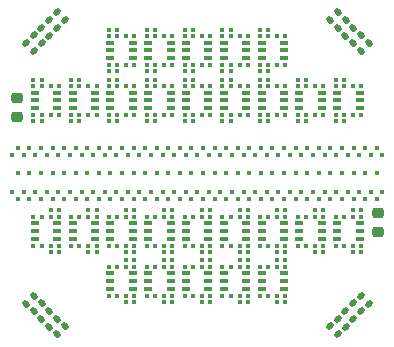
<source format=gbr>
%TF.GenerationSoftware,KiCad,Pcbnew,9.0.6*%
%TF.CreationDate,2025-11-12T11:45:24+01:00*%
%TF.ProjectId,S13552_64Ch_Adapter_BGA2803_V2,53313335-3532-45f3-9634-43685f416461,1*%
%TF.SameCoordinates,Original*%
%TF.FileFunction,Paste,Top*%
%TF.FilePolarity,Positive*%
%FSLAX46Y46*%
G04 Gerber Fmt 4.6, Leading zero omitted, Abs format (unit mm)*
G04 Created by KiCad (PCBNEW 9.0.6) date 2025-11-12 11:45:24*
%MOMM*%
%LPD*%
G01*
G04 APERTURE LIST*
G04 Aperture macros list*
%AMRoundRect*
0 Rectangle with rounded corners*
0 $1 Rounding radius*
0 $2 $3 $4 $5 $6 $7 $8 $9 X,Y pos of 4 corners*
0 Add a 4 corners polygon primitive as box body*
4,1,4,$2,$3,$4,$5,$6,$7,$8,$9,$2,$3,0*
0 Add four circle primitives for the rounded corners*
1,1,$1+$1,$2,$3*
1,1,$1+$1,$4,$5*
1,1,$1+$1,$6,$7*
1,1,$1+$1,$8,$9*
0 Add four rect primitives between the rounded corners*
20,1,$1+$1,$2,$3,$4,$5,0*
20,1,$1+$1,$4,$5,$6,$7,0*
20,1,$1+$1,$6,$7,$8,$9,0*
20,1,$1+$1,$8,$9,$2,$3,0*%
G04 Aperture macros list end*
%ADD10RoundRect,0.079500X0.079500X0.100500X-0.079500X0.100500X-0.079500X-0.100500X0.079500X-0.100500X0*%
%ADD11RoundRect,0.079500X-0.079500X-0.100500X0.079500X-0.100500X0.079500X0.100500X-0.079500X0.100500X0*%
%ADD12RoundRect,0.140000X-0.021213X0.219203X-0.219203X0.021213X0.021213X-0.219203X0.219203X-0.021213X0*%
%ADD13RoundRect,0.100000X0.225000X0.100000X-0.225000X0.100000X-0.225000X-0.100000X0.225000X-0.100000X0*%
%ADD14RoundRect,0.100000X-0.225000X-0.100000X0.225000X-0.100000X0.225000X0.100000X-0.225000X0.100000X0*%
%ADD15RoundRect,0.140000X-0.219203X-0.021213X-0.021213X-0.219203X0.219203X0.021213X0.021213X0.219203X0*%
%ADD16RoundRect,0.140000X0.219203X0.021213X0.021213X0.219203X-0.219203X-0.021213X-0.021213X-0.219203X0*%
%ADD17RoundRect,0.225000X-0.250000X0.225000X-0.250000X-0.225000X0.250000X-0.225000X0.250000X0.225000X0*%
%ADD18RoundRect,0.140000X0.021213X-0.219203X0.219203X-0.021213X-0.021213X0.219203X-0.219203X0.021213X0*%
%ADD19C,0.450000*%
%ADD20RoundRect,0.225000X0.250000X-0.225000X0.250000X0.225000X-0.250000X0.225000X-0.250000X-0.225000X0*%
G04 APERTURE END LIST*
D10*
%TO.C,C66*%
X92080000Y-53264214D03*
X91390000Y-53264214D03*
%TD*%
%TO.C,C21*%
X101680000Y-53264214D03*
X100990000Y-53264214D03*
%TD*%
%TO.C,C39*%
X114480000Y-55714214D03*
X113790000Y-55714214D03*
%TD*%
%TO.C,R8*%
X100230000Y-52724214D03*
X99540000Y-52724214D03*
%TD*%
%TO.C,C34*%
X111280000Y-55714214D03*
X110590000Y-55714214D03*
%TD*%
%TO.C,C45*%
X93830000Y-51484214D03*
X93140000Y-51484214D03*
%TD*%
D11*
%TO.C,C83*%
X104190000Y-63784214D03*
X104880000Y-63784214D03*
%TD*%
%TO.C,C84*%
X102740000Y-64324214D03*
X103430000Y-64324214D03*
%TD*%
%TO.C,C127*%
X97790000Y-66774214D03*
X98480000Y-66774214D03*
%TD*%
%TO.C,R29*%
X97790000Y-67314214D03*
X98480000Y-67314214D03*
%TD*%
%TO.C,C136*%
X86740000Y-66774214D03*
X87430000Y-66774214D03*
%TD*%
D10*
%TO.C,C25*%
X103430000Y-55714214D03*
X102740000Y-55714214D03*
%TD*%
D12*
%TO.C,C329*%
X88728181Y-72976457D03*
X88049359Y-73655279D03*
%TD*%
D13*
%TO.C,U16*%
X107960000Y-50909214D03*
X107960000Y-50259214D03*
X107960000Y-49609214D03*
X106060000Y-49609214D03*
X106060000Y-50259214D03*
X106060000Y-50909214D03*
%TD*%
D10*
%TO.C,C69*%
X108080000Y-51484214D03*
X107390000Y-51484214D03*
%TD*%
D11*
%TO.C,C109*%
X96340000Y-68554214D03*
X97030000Y-68554214D03*
%TD*%
D13*
%TO.C,U10*%
X114360000Y-55139214D03*
X114360000Y-54489214D03*
X114360000Y-53839214D03*
X112460000Y-53839214D03*
X112460000Y-54489214D03*
X112460000Y-55139214D03*
%TD*%
D14*
%TO.C,U18*%
X106060000Y-64899214D03*
X106060000Y-65549214D03*
X106060000Y-66199214D03*
X107960000Y-66199214D03*
X107960000Y-65549214D03*
X107960000Y-64899214D03*
%TD*%
D11*
%TO.C,C87*%
X104190000Y-66774214D03*
X104880000Y-66774214D03*
%TD*%
D10*
%TO.C,C12*%
X93830000Y-53264214D03*
X93140000Y-53264214D03*
%TD*%
%TO.C,C59*%
X104880000Y-51484214D03*
X104190000Y-51484214D03*
%TD*%
D14*
%TO.C,U17*%
X109260000Y-64899214D03*
X109260000Y-65549214D03*
X109260000Y-66199214D03*
X111160000Y-66199214D03*
X111160000Y-65549214D03*
X111160000Y-64899214D03*
%TD*%
D15*
%TO.C,C340*%
X113140589Y-72327687D03*
X113819411Y-73006509D03*
%TD*%
D10*
%TO.C,R16*%
X103430000Y-48494214D03*
X102740000Y-48494214D03*
%TD*%
%TO.C,C60*%
X103430000Y-51484214D03*
X102740000Y-51484214D03*
%TD*%
D11*
%TO.C,C89*%
X99540000Y-68554214D03*
X100230000Y-68554214D03*
%TD*%
%TO.C,C125*%
X97790000Y-64324214D03*
X98480000Y-64324214D03*
%TD*%
%TO.C,R26*%
X97790000Y-71544214D03*
X98480000Y-71544214D03*
%TD*%
%TO.C,C85*%
X104190000Y-64324214D03*
X104880000Y-64324214D03*
%TD*%
%TO.C,C108*%
X97790000Y-68014214D03*
X98480000Y-68014214D03*
%TD*%
%TO.C,C107*%
X94590000Y-66774214D03*
X95280000Y-66774214D03*
%TD*%
D14*
%TO.C,U23*%
X93260000Y-64899214D03*
X93260000Y-65549214D03*
X93260000Y-66199214D03*
X95160000Y-66199214D03*
X95160000Y-65549214D03*
X95160000Y-64899214D03*
%TD*%
D11*
%TO.C,C129*%
X105940000Y-68554214D03*
X106630000Y-68554214D03*
%TD*%
D13*
%TO.C,U8*%
X107960000Y-55139214D03*
X107960000Y-54489214D03*
X107960000Y-53839214D03*
X106060000Y-53839214D03*
X106060000Y-54489214D03*
X106060000Y-55139214D03*
%TD*%
%TO.C,U9*%
X111160000Y-55139214D03*
X111160000Y-54489214D03*
X111160000Y-53839214D03*
X109260000Y-53839214D03*
X109260000Y-54489214D03*
X109260000Y-55139214D03*
%TD*%
D10*
%TO.C,C62*%
X103430000Y-49034214D03*
X102740000Y-49034214D03*
%TD*%
D11*
%TO.C,C122*%
X104190000Y-71004214D03*
X104880000Y-71004214D03*
%TD*%
D16*
%TO.C,C324*%
X87430642Y-49655288D03*
X86751820Y-48976466D03*
%TD*%
D12*
%TO.C,C332*%
X86781870Y-71030146D03*
X86103048Y-71708968D03*
%TD*%
D17*
%TO.C,C1*%
X115897107Y-64054214D03*
X115897107Y-65604214D03*
%TD*%
D16*
%TO.C,C323*%
X86781871Y-50304059D03*
X86103049Y-49625237D03*
%TD*%
D14*
%TO.C,U22*%
X112460000Y-64899214D03*
X112460000Y-65549214D03*
X112460000Y-66199214D03*
X114360000Y-66199214D03*
X114360000Y-65549214D03*
X114360000Y-64899214D03*
%TD*%
D11*
%TO.C,C75*%
X110590000Y-64324214D03*
X111280000Y-64324214D03*
%TD*%
%TO.C,C117*%
X94590000Y-71004214D03*
X95280000Y-71004214D03*
%TD*%
D10*
%TO.C,C4*%
X88880000Y-55714214D03*
X88190000Y-55714214D03*
%TD*%
D11*
%TO.C,C92*%
X100990000Y-71004214D03*
X101680000Y-71004214D03*
%TD*%
%TO.C,C128*%
X107390000Y-68014214D03*
X108080000Y-68014214D03*
%TD*%
%TO.C,C138*%
X100990000Y-63784214D03*
X101680000Y-63784214D03*
%TD*%
%TO.C,R28*%
X104190000Y-71544214D03*
X104880000Y-71544214D03*
%TD*%
D10*
%TO.C,C53*%
X100230000Y-52024214D03*
X99540000Y-52024214D03*
%TD*%
%TO.C,C40*%
X113030000Y-55714214D03*
X112340000Y-55714214D03*
%TD*%
D16*
%TO.C,C325*%
X88079412Y-49006518D03*
X87400590Y-48327696D03*
%TD*%
D11*
%TO.C,C142*%
X100990000Y-66774214D03*
X101680000Y-66774214D03*
%TD*%
D10*
%TO.C,C8*%
X93830000Y-56254214D03*
X93140000Y-56254214D03*
%TD*%
%TO.C,R13*%
X93830000Y-48494214D03*
X93140000Y-48494214D03*
%TD*%
D11*
%TO.C,C132*%
X107390000Y-71004214D03*
X108080000Y-71004214D03*
%TD*%
D14*
%TO.C,U20*%
X99660000Y-69129214D03*
X99660000Y-69779214D03*
X99660000Y-70429214D03*
X101560000Y-70429214D03*
X101560000Y-69779214D03*
X101560000Y-69129214D03*
%TD*%
D11*
%TO.C,R24*%
X113790000Y-67314214D03*
X114480000Y-67314214D03*
%TD*%
D12*
%TO.C,C330*%
X88079411Y-72327687D03*
X87400589Y-73006509D03*
%TD*%
D10*
%TO.C,C37*%
X109830000Y-53264214D03*
X109140000Y-53264214D03*
%TD*%
D13*
%TO.C,U14*%
X104760000Y-50909214D03*
X104760000Y-50259214D03*
X104760000Y-49609214D03*
X102860000Y-49609214D03*
X102860000Y-50259214D03*
X102860000Y-50909214D03*
%TD*%
D11*
%TO.C,C76*%
X109140000Y-66774214D03*
X109830000Y-66774214D03*
%TD*%
%TO.C,C74*%
X109140000Y-64324214D03*
X109830000Y-64324214D03*
%TD*%
D10*
%TO.C,C35*%
X109830000Y-55714214D03*
X109140000Y-55714214D03*
%TD*%
D11*
%TO.C,C134*%
X86740000Y-64324214D03*
X87430000Y-64324214D03*
%TD*%
D13*
%TO.C,U4*%
X95160000Y-55139214D03*
X95160000Y-54489214D03*
X95160000Y-53839214D03*
X93260000Y-53839214D03*
X93260000Y-54489214D03*
X93260000Y-55139214D03*
%TD*%
D15*
%TO.C,C338*%
X114438130Y-71030146D03*
X115116952Y-71708968D03*
%TD*%
D10*
%TO.C,C72*%
X106630000Y-49034214D03*
X105940000Y-49034214D03*
%TD*%
D11*
%TO.C,C99*%
X112340000Y-64324214D03*
X113030000Y-64324214D03*
%TD*%
%TO.C,C73*%
X110590000Y-63784214D03*
X111280000Y-63784214D03*
%TD*%
D10*
%TO.C,C14*%
X98480000Y-55714214D03*
X97790000Y-55714214D03*
%TD*%
D14*
%TO.C,U19*%
X102860000Y-64899214D03*
X102860000Y-65549214D03*
X102860000Y-66199214D03*
X104760000Y-66199214D03*
X104760000Y-65549214D03*
X104760000Y-64899214D03*
%TD*%
D11*
%TO.C,C112*%
X97790000Y-71004214D03*
X98480000Y-71004214D03*
%TD*%
D10*
%TO.C,C70*%
X106630000Y-51484214D03*
X105940000Y-51484214D03*
%TD*%
%TO.C,C5*%
X87430000Y-55714214D03*
X86740000Y-55714214D03*
%TD*%
D14*
%TO.C,U24*%
X96460000Y-69129214D03*
X96460000Y-69779214D03*
X96460000Y-70429214D03*
X98360000Y-70429214D03*
X98360000Y-69779214D03*
X98360000Y-69129214D03*
%TD*%
D10*
%TO.C,C20*%
X100230000Y-55714214D03*
X99540000Y-55714214D03*
%TD*%
%TO.C,C23*%
X103430000Y-56254214D03*
X102740000Y-56254214D03*
%TD*%
%TO.C,R201*%
X87430000Y-52724214D03*
X86740000Y-52724214D03*
%TD*%
D11*
%TO.C,C110*%
X97790000Y-68554214D03*
X98480000Y-68554214D03*
%TD*%
D13*
%TO.C,U7*%
X104760000Y-55139214D03*
X104760000Y-54489214D03*
X104760000Y-53839214D03*
X102860000Y-53839214D03*
X102860000Y-54489214D03*
X102860000Y-55139214D03*
%TD*%
D10*
%TO.C,C28*%
X106630000Y-56254214D03*
X105940000Y-56254214D03*
%TD*%
D11*
%TO.C,C141*%
X99540000Y-66774214D03*
X100230000Y-66774214D03*
%TD*%
D10*
%TO.C,C65*%
X90630000Y-55714214D03*
X89940000Y-55714214D03*
%TD*%
D14*
%TO.C,U28*%
X106060000Y-69129214D03*
X106060000Y-69779214D03*
X106060000Y-70429214D03*
X107960000Y-70429214D03*
X107960000Y-69779214D03*
X107960000Y-69129214D03*
%TD*%
D10*
%TO.C,C6*%
X88880000Y-53264214D03*
X88190000Y-53264214D03*
%TD*%
D11*
%TO.C,C82*%
X107390000Y-66774214D03*
X108080000Y-66774214D03*
%TD*%
D10*
%TO.C,R18*%
X106630000Y-48494214D03*
X105940000Y-48494214D03*
%TD*%
D18*
%TO.C,C336*%
X113789359Y-49655288D03*
X114468181Y-48976466D03*
%TD*%
D19*
%TO.C,MPPC1*%
X116290000Y-59117107D03*
X115800000Y-62817107D03*
X115800000Y-58517107D03*
X115310000Y-62217107D03*
X115310000Y-59117107D03*
X114820000Y-62817107D03*
X114820000Y-58517107D03*
X114330000Y-62217107D03*
X114330000Y-59117107D03*
X113840000Y-62817107D03*
X113840000Y-58517107D03*
X113350000Y-62217107D03*
X113350000Y-59117107D03*
X112860000Y-62817107D03*
X112860000Y-58517107D03*
X112370000Y-62217107D03*
X112370000Y-59117107D03*
X111880000Y-62817107D03*
X111880000Y-58517107D03*
X111390000Y-62217107D03*
X111390000Y-59117107D03*
X110900000Y-62817107D03*
X110900000Y-58517107D03*
X110410000Y-62217107D03*
X110410000Y-59117107D03*
X109920000Y-62817107D03*
X109920000Y-58517107D03*
X109430000Y-62217107D03*
X109430000Y-59117107D03*
X108940000Y-62817107D03*
X108940000Y-58517107D03*
X108450000Y-62217107D03*
X108450000Y-59117107D03*
X107960000Y-62817107D03*
X107960000Y-58517107D03*
X107470000Y-62217107D03*
X107470000Y-59117107D03*
X106980000Y-62817107D03*
X106980000Y-58517107D03*
X106490000Y-62217107D03*
X106490000Y-59117107D03*
X106000000Y-62817107D03*
X106000000Y-58517107D03*
X105510000Y-62217107D03*
X105510000Y-59117107D03*
X105020000Y-62817107D03*
X105020000Y-58517107D03*
X104530000Y-62217107D03*
X104530000Y-59117107D03*
X104040000Y-62817107D03*
X104040000Y-58517107D03*
X103550000Y-62217107D03*
X103550000Y-59117107D03*
X103060000Y-62817107D03*
X103060000Y-58517107D03*
X102570000Y-62217107D03*
X102570000Y-59117107D03*
X102080000Y-62817107D03*
X102080000Y-58517107D03*
X101590000Y-62217107D03*
X101590000Y-59117107D03*
X101100000Y-62817107D03*
X101100000Y-58517107D03*
X100610000Y-62217107D03*
X100610000Y-59117107D03*
X100120000Y-62817107D03*
X100120000Y-58517107D03*
X99630000Y-62217107D03*
X99630000Y-59117107D03*
X99140000Y-62817107D03*
X99140000Y-58517107D03*
X98650000Y-62217107D03*
X98650000Y-59117107D03*
X98160000Y-62817107D03*
X98160000Y-58517107D03*
X97670000Y-62217107D03*
X97670000Y-59117107D03*
X97180000Y-62817107D03*
X97180000Y-58517107D03*
X96690000Y-62217107D03*
X96690000Y-59117107D03*
X96200000Y-62817107D03*
X96200000Y-58517107D03*
X95710000Y-62217107D03*
X95710000Y-59117107D03*
X95220000Y-62817107D03*
X95220000Y-58517107D03*
X94730000Y-62217107D03*
X94730000Y-59117107D03*
X94240000Y-62817107D03*
X94240000Y-58517107D03*
X93750000Y-62217107D03*
X93750000Y-59117107D03*
X93260000Y-62817107D03*
X93260000Y-58517107D03*
X92770000Y-62217107D03*
X92770000Y-59117107D03*
X92280000Y-62817107D03*
X92280000Y-58517107D03*
X91790000Y-62217107D03*
X91790000Y-59117107D03*
X91300000Y-62817107D03*
X91300000Y-58517107D03*
X90810000Y-62217107D03*
X90810000Y-59117107D03*
X90320000Y-62817107D03*
X90320000Y-58517107D03*
X89830000Y-62217107D03*
X89830000Y-59117107D03*
X89340000Y-62817107D03*
X89340000Y-58517107D03*
X88850000Y-62217107D03*
X88850000Y-59117107D03*
X88360000Y-62817107D03*
X88360000Y-58517107D03*
X87870000Y-62217107D03*
X87870000Y-59117107D03*
X87380000Y-62817107D03*
X87380000Y-58517107D03*
X86890000Y-62217107D03*
X86890000Y-59117107D03*
X86400000Y-62817107D03*
X86400000Y-58517107D03*
X85910000Y-62217107D03*
X85910000Y-59117107D03*
X85420000Y-62817107D03*
X85420000Y-58517107D03*
X84930000Y-62217107D03*
X101100000Y-60667107D03*
X102080000Y-60667107D03*
X103060000Y-60667107D03*
X104040000Y-60667107D03*
X105020000Y-60667107D03*
X106000000Y-60667107D03*
X106980000Y-60667107D03*
X107960000Y-60667107D03*
X108940000Y-60667107D03*
X109920000Y-60667107D03*
X110900000Y-60667107D03*
X111880000Y-60667107D03*
X112860000Y-60667107D03*
X113840000Y-60667107D03*
X114820000Y-60667107D03*
X115800000Y-60667107D03*
X116290000Y-62217107D03*
X84930000Y-59117107D03*
X85420000Y-60667107D03*
X86400000Y-60667107D03*
X87380000Y-60667107D03*
X88360000Y-60667107D03*
X89340000Y-60667107D03*
X90320000Y-60667107D03*
X91300000Y-60667107D03*
X92280000Y-60667107D03*
X93260000Y-60667107D03*
X94240000Y-60667107D03*
X95220000Y-60667107D03*
X96200000Y-60667107D03*
X97180000Y-60667107D03*
X98160000Y-60667107D03*
X99140000Y-60667107D03*
X100120000Y-60667107D03*
%TD*%
D11*
%TO.C,C121*%
X102740000Y-71004214D03*
X103430000Y-71004214D03*
%TD*%
D10*
%TO.C,C38*%
X113030000Y-56254214D03*
X112340000Y-56254214D03*
%TD*%
D11*
%TO.C,C115*%
X94590000Y-68554214D03*
X95280000Y-68554214D03*
%TD*%
%TO.C,R32*%
X100990000Y-67314214D03*
X101680000Y-67314214D03*
%TD*%
D10*
%TO.C,R10*%
X106630000Y-52724214D03*
X105940000Y-52724214D03*
%TD*%
D11*
%TO.C,C81*%
X105940000Y-66774214D03*
X106630000Y-66774214D03*
%TD*%
D10*
%TO.C,C71*%
X108080000Y-49034214D03*
X107390000Y-49034214D03*
%TD*%
%TO.C,C58*%
X103430000Y-52024214D03*
X102740000Y-52024214D03*
%TD*%
%TO.C,C16*%
X98480000Y-53264214D03*
X97790000Y-53264214D03*
%TD*%
D11*
%TO.C,C123*%
X97790000Y-63784214D03*
X98480000Y-63784214D03*
%TD*%
D10*
%TO.C,C43*%
X93830000Y-52024214D03*
X93140000Y-52024214D03*
%TD*%
%TO.C,C63*%
X90630000Y-56254214D03*
X89940000Y-56254214D03*
%TD*%
D11*
%TO.C,C102*%
X113790000Y-66774214D03*
X114480000Y-66774214D03*
%TD*%
D10*
%TO.C,R12*%
X113030000Y-52724214D03*
X112340000Y-52724214D03*
%TD*%
D11*
%TO.C,R25*%
X94590000Y-67314214D03*
X95280000Y-67314214D03*
%TD*%
%TO.C,C91*%
X99540000Y-71004214D03*
X100230000Y-71004214D03*
%TD*%
D15*
%TO.C,C342*%
X111843048Y-73625228D03*
X112521870Y-74304050D03*
%TD*%
D11*
%TO.C,C131*%
X105940000Y-71004214D03*
X106630000Y-71004214D03*
%TD*%
D12*
%TO.C,C331*%
X87430641Y-71678917D03*
X86751819Y-72357739D03*
%TD*%
D13*
%TO.C,U201*%
X88760000Y-55139214D03*
X88760000Y-54489214D03*
X88760000Y-53839214D03*
X86860000Y-53839214D03*
X86860000Y-54489214D03*
X86860000Y-55139214D03*
%TD*%
D10*
%TO.C,R17*%
X90630000Y-52724214D03*
X89940000Y-52724214D03*
%TD*%
%TO.C,C67*%
X90630000Y-53264214D03*
X89940000Y-53264214D03*
%TD*%
%TO.C,C15*%
X97030000Y-55714214D03*
X96340000Y-55714214D03*
%TD*%
D11*
%TO.C,C116*%
X93140000Y-71004214D03*
X93830000Y-71004214D03*
%TD*%
%TO.C,C96*%
X89940000Y-66774214D03*
X90630000Y-66774214D03*
%TD*%
D10*
%TO.C,R15*%
X100230000Y-48494214D03*
X99540000Y-48494214D03*
%TD*%
%TO.C,C3*%
X87430000Y-56254214D03*
X86740000Y-56254214D03*
%TD*%
%TO.C,C10*%
X93830000Y-55714214D03*
X93140000Y-55714214D03*
%TD*%
D14*
%TO.C,U30*%
X99660000Y-64899214D03*
X99660000Y-65549214D03*
X99660000Y-66199214D03*
X101560000Y-66199214D03*
X101560000Y-65549214D03*
X101560000Y-64899214D03*
%TD*%
D10*
%TO.C,C68*%
X106630000Y-52024214D03*
X105940000Y-52024214D03*
%TD*%
D13*
%TO.C,U5*%
X98360000Y-55139214D03*
X98360000Y-54489214D03*
X98360000Y-53839214D03*
X96460000Y-53839214D03*
X96460000Y-54489214D03*
X96460000Y-55139214D03*
%TD*%
%TO.C,U12*%
X98360000Y-50909214D03*
X98360000Y-50259214D03*
X98360000Y-49609214D03*
X96460000Y-49609214D03*
X96460000Y-50259214D03*
X96460000Y-50909214D03*
%TD*%
D11*
%TO.C,C97*%
X91390000Y-66774214D03*
X92080000Y-66774214D03*
%TD*%
%TO.C,C95*%
X91390000Y-64324214D03*
X92080000Y-64324214D03*
%TD*%
%TO.C,C106*%
X93140000Y-66774214D03*
X93830000Y-66774214D03*
%TD*%
D18*
%TO.C,C337*%
X114438130Y-50304059D03*
X115116952Y-49625237D03*
%TD*%
D11*
%TO.C,C103*%
X94590000Y-63784214D03*
X95280000Y-63784214D03*
%TD*%
D14*
%TO.C,U26*%
X102860000Y-69129214D03*
X102860000Y-69779214D03*
X102860000Y-70429214D03*
X104760000Y-70429214D03*
X104760000Y-69779214D03*
X104760000Y-69129214D03*
%TD*%
D13*
%TO.C,U13*%
X101560000Y-50909214D03*
X101560000Y-50259214D03*
X101560000Y-49609214D03*
X99660000Y-49609214D03*
X99660000Y-50259214D03*
X99660000Y-50909214D03*
%TD*%
D16*
%TO.C,C326*%
X88728182Y-48357748D03*
X88049360Y-47678926D03*
%TD*%
D10*
%TO.C,C17*%
X97030000Y-53264214D03*
X96340000Y-53264214D03*
%TD*%
D11*
%TO.C,C140*%
X100990000Y-64324214D03*
X101680000Y-64324214D03*
%TD*%
%TO.C,R19*%
X110590000Y-67314214D03*
X111280000Y-67314214D03*
%TD*%
D10*
%TO.C,C51*%
X98480000Y-49034214D03*
X97790000Y-49034214D03*
%TD*%
D11*
%TO.C,R23*%
X91390000Y-67314214D03*
X92080000Y-67314214D03*
%TD*%
%TO.C,C86*%
X102740000Y-66774214D03*
X103430000Y-66774214D03*
%TD*%
%TO.C,C90*%
X100990000Y-68554214D03*
X101680000Y-68554214D03*
%TD*%
D14*
%TO.C,U25*%
X93260000Y-69129214D03*
X93260000Y-69779214D03*
X93260000Y-70429214D03*
X95160000Y-70429214D03*
X95160000Y-69779214D03*
X95160000Y-69129214D03*
%TD*%
D10*
%TO.C,C33*%
X109830000Y-56254214D03*
X109140000Y-56254214D03*
%TD*%
D11*
%TO.C,C126*%
X96340000Y-66774214D03*
X97030000Y-66774214D03*
%TD*%
D10*
%TO.C,C48*%
X97030000Y-52024214D03*
X96340000Y-52024214D03*
%TD*%
D11*
%TO.C,R31*%
X88190000Y-67314214D03*
X88880000Y-67314214D03*
%TD*%
%TO.C,R30*%
X107390000Y-71544214D03*
X108080000Y-71544214D03*
%TD*%
D10*
%TO.C,C18*%
X100230000Y-56254214D03*
X99540000Y-56254214D03*
%TD*%
D11*
%TO.C,C113*%
X94590000Y-68014214D03*
X95280000Y-68014214D03*
%TD*%
%TO.C,C104*%
X93140000Y-64324214D03*
X93830000Y-64324214D03*
%TD*%
D14*
%TO.C,U29*%
X86860000Y-64899214D03*
X86860000Y-65549214D03*
X86860000Y-66199214D03*
X88760000Y-66199214D03*
X88760000Y-65549214D03*
X88760000Y-64899214D03*
%TD*%
D11*
%TO.C,C118*%
X104190000Y-68014214D03*
X104880000Y-68014214D03*
%TD*%
%TO.C,C124*%
X96340000Y-64324214D03*
X97030000Y-64324214D03*
%TD*%
D10*
%TO.C,C19*%
X101680000Y-55714214D03*
X100990000Y-55714214D03*
%TD*%
%TO.C,C13*%
X97030000Y-56254214D03*
X96340000Y-56254214D03*
%TD*%
%TO.C,C32*%
X106630000Y-53264214D03*
X105940000Y-53264214D03*
%TD*%
%TO.C,R7*%
X97030000Y-52724214D03*
X96340000Y-52724214D03*
%TD*%
D13*
%TO.C,U15*%
X91960000Y-55139214D03*
X91960000Y-54489214D03*
X91960000Y-53839214D03*
X90060000Y-53839214D03*
X90060000Y-54489214D03*
X90060000Y-55139214D03*
%TD*%
D20*
%TO.C,C2*%
X85327107Y-55872114D03*
X85327107Y-54322114D03*
%TD*%
D11*
%TO.C,C111*%
X96340000Y-71004214D03*
X97030000Y-71004214D03*
%TD*%
D13*
%TO.C,U11*%
X95160000Y-50909214D03*
X95160000Y-50259214D03*
X95160000Y-49609214D03*
X93260000Y-49609214D03*
X93260000Y-50259214D03*
X93260000Y-50909214D03*
%TD*%
D15*
%TO.C,C339*%
X113789359Y-71678917D03*
X114468181Y-72357739D03*
%TD*%
D11*
%TO.C,C139*%
X99540000Y-64324214D03*
X100230000Y-64324214D03*
%TD*%
%TO.C,R22*%
X100990000Y-71544214D03*
X101680000Y-71544214D03*
%TD*%
D15*
%TO.C,C341*%
X112491819Y-72976457D03*
X113170641Y-73655279D03*
%TD*%
D10*
%TO.C,C46*%
X95280000Y-49034214D03*
X94590000Y-49034214D03*
%TD*%
%TO.C,C9*%
X95280000Y-55714214D03*
X94590000Y-55714214D03*
%TD*%
D11*
%TO.C,R27*%
X94590000Y-71544214D03*
X95280000Y-71544214D03*
%TD*%
%TO.C,C120*%
X104190000Y-68554214D03*
X104880000Y-68554214D03*
%TD*%
D10*
%TO.C,C29*%
X108080000Y-55714214D03*
X107390000Y-55714214D03*
%TD*%
D13*
%TO.C,U6*%
X101560000Y-55139214D03*
X101560000Y-54489214D03*
X101560000Y-53839214D03*
X99660000Y-53839214D03*
X99660000Y-54489214D03*
X99660000Y-55139214D03*
%TD*%
D10*
%TO.C,C54*%
X101680000Y-51484214D03*
X100990000Y-51484214D03*
%TD*%
D14*
%TO.C,U27*%
X96460000Y-64899214D03*
X96460000Y-65549214D03*
X96460000Y-66199214D03*
X98360000Y-66199214D03*
X98360000Y-65549214D03*
X98360000Y-64899214D03*
%TD*%
D10*
%TO.C,R14*%
X97030000Y-48494214D03*
X96340000Y-48494214D03*
%TD*%
D11*
%TO.C,C94*%
X89940000Y-64324214D03*
X90630000Y-64324214D03*
%TD*%
D10*
%TO.C,C56*%
X101680000Y-49034214D03*
X100990000Y-49034214D03*
%TD*%
%TO.C,R9*%
X103430000Y-52724214D03*
X102740000Y-52724214D03*
%TD*%
%TO.C,C7*%
X87430000Y-53264214D03*
X86740000Y-53264214D03*
%TD*%
D11*
%TO.C,C77*%
X110590000Y-66774214D03*
X111280000Y-66774214D03*
%TD*%
D10*
%TO.C,C61*%
X104880000Y-49034214D03*
X104190000Y-49034214D03*
%TD*%
D12*
%TO.C,C328*%
X89376952Y-73625228D03*
X88698130Y-74304050D03*
%TD*%
D10*
%TO.C,C57*%
X100230000Y-49034214D03*
X99540000Y-49034214D03*
%TD*%
D14*
%TO.C,U21*%
X90060000Y-64899214D03*
X90060000Y-65549214D03*
X90060000Y-66199214D03*
X91960000Y-66199214D03*
X91960000Y-65549214D03*
X91960000Y-64899214D03*
%TD*%
D10*
%TO.C,C31*%
X108080000Y-53264214D03*
X107390000Y-53264214D03*
%TD*%
D11*
%TO.C,C88*%
X100990000Y-68014214D03*
X101680000Y-68014214D03*
%TD*%
%TO.C,C79*%
X105940000Y-64324214D03*
X106630000Y-64324214D03*
%TD*%
D10*
%TO.C,C47*%
X93830000Y-49034214D03*
X93140000Y-49034214D03*
%TD*%
D11*
%TO.C,C105*%
X94590000Y-64324214D03*
X95280000Y-64324214D03*
%TD*%
D10*
%TO.C,C27*%
X103430000Y-53264214D03*
X102740000Y-53264214D03*
%TD*%
D11*
%TO.C,C130*%
X107390000Y-68554214D03*
X108080000Y-68554214D03*
%TD*%
%TO.C,C133*%
X88190000Y-63784214D03*
X88880000Y-63784214D03*
%TD*%
D10*
%TO.C,C41*%
X114480000Y-53264214D03*
X113790000Y-53264214D03*
%TD*%
D11*
%TO.C,C100*%
X113790000Y-64324214D03*
X114480000Y-64324214D03*
%TD*%
%TO.C,C78*%
X107390000Y-63784214D03*
X108080000Y-63784214D03*
%TD*%
D10*
%TO.C,C30*%
X106630000Y-55714214D03*
X105940000Y-55714214D03*
%TD*%
D18*
%TO.C,C333*%
X111843048Y-47708977D03*
X112521870Y-47030155D03*
%TD*%
D11*
%TO.C,R21*%
X104190000Y-67314214D03*
X104880000Y-67314214D03*
%TD*%
D10*
%TO.C,C36*%
X111280000Y-53264214D03*
X110590000Y-53264214D03*
%TD*%
D11*
%TO.C,R20*%
X107390000Y-67314214D03*
X108080000Y-67314214D03*
%TD*%
%TO.C,C80*%
X107390000Y-64324214D03*
X108080000Y-64324214D03*
%TD*%
D10*
%TO.C,C50*%
X97030000Y-51484214D03*
X96340000Y-51484214D03*
%TD*%
D11*
%TO.C,C135*%
X88190000Y-64324214D03*
X88880000Y-64324214D03*
%TD*%
%TO.C,C137*%
X88190000Y-66774214D03*
X88880000Y-66774214D03*
%TD*%
D16*
%TO.C,C327*%
X89376953Y-47708977D03*
X88698131Y-47030155D03*
%TD*%
D10*
%TO.C,C24*%
X104880000Y-55714214D03*
X104190000Y-55714214D03*
%TD*%
D11*
%TO.C,C114*%
X93140000Y-68554214D03*
X93830000Y-68554214D03*
%TD*%
D10*
%TO.C,C11*%
X95280000Y-53264214D03*
X94590000Y-53264214D03*
%TD*%
D18*
%TO.C,C334*%
X112491819Y-48357748D03*
X113170641Y-47678926D03*
%TD*%
D10*
%TO.C,C22*%
X100230000Y-53264214D03*
X99540000Y-53264214D03*
%TD*%
%TO.C,C44*%
X95280000Y-51484214D03*
X94590000Y-51484214D03*
%TD*%
%TO.C,R6*%
X93830000Y-52724214D03*
X93140000Y-52724214D03*
%TD*%
D11*
%TO.C,C101*%
X112340000Y-66774214D03*
X113030000Y-66774214D03*
%TD*%
D10*
%TO.C,R11*%
X109830000Y-52724214D03*
X109140000Y-52724214D03*
%TD*%
%TO.C,C26*%
X104880000Y-53264214D03*
X104190000Y-53264214D03*
%TD*%
D11*
%TO.C,C119*%
X102740000Y-68554214D03*
X103430000Y-68554214D03*
%TD*%
D10*
%TO.C,C52*%
X97030000Y-49034214D03*
X96340000Y-49034214D03*
%TD*%
D11*
%TO.C,C93*%
X91390000Y-63784214D03*
X92080000Y-63784214D03*
%TD*%
D10*
%TO.C,C55*%
X100230000Y-51484214D03*
X99540000Y-51484214D03*
%TD*%
%TO.C,C49*%
X98480000Y-51484214D03*
X97790000Y-51484214D03*
%TD*%
D18*
%TO.C,C335*%
X113140589Y-49006518D03*
X113819411Y-48327696D03*
%TD*%
D11*
%TO.C,C98*%
X113790000Y-63784214D03*
X114480000Y-63784214D03*
%TD*%
D10*
%TO.C,C42*%
X113030000Y-53264214D03*
X112340000Y-53264214D03*
%TD*%
%TO.C,C64*%
X92080000Y-55714214D03*
X91390000Y-55714214D03*
%TD*%
M02*

</source>
